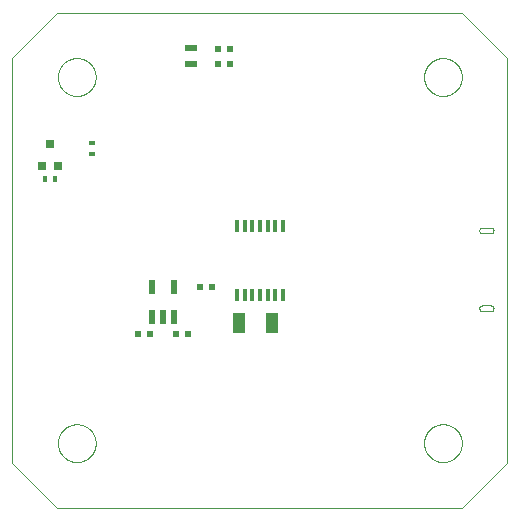
<source format=gbp>
G75*
%MOIN*%
%OFA0B0*%
%FSLAX25Y25*%
%IPPOS*%
%LPD*%
%AMOC8*
5,1,8,0,0,1.08239X$1,22.5*
%
%ADD10C,0.00000*%
%ADD11R,0.01969X0.01969*%
%ADD12R,0.02165X0.04724*%
%ADD13R,0.02362X0.01575*%
%ADD14R,0.04331X0.02362*%
%ADD15R,0.02756X0.02756*%
%ADD16R,0.01200X0.03900*%
%ADD17C,0.00039*%
%ADD18R,0.01575X0.02362*%
%ADD19R,0.03937X0.07087*%
D10*
X0080922Y0060000D02*
X0095922Y0045000D01*
X0230922Y0045000D01*
X0245922Y0060000D01*
X0245922Y0195000D01*
X0230922Y0210000D01*
X0095922Y0210000D01*
X0080922Y0195000D01*
X0080922Y0060000D01*
X0096099Y0066476D02*
X0096101Y0066634D01*
X0096107Y0066792D01*
X0096117Y0066950D01*
X0096131Y0067108D01*
X0096149Y0067265D01*
X0096170Y0067422D01*
X0096196Y0067578D01*
X0096226Y0067734D01*
X0096259Y0067889D01*
X0096297Y0068042D01*
X0096338Y0068195D01*
X0096383Y0068347D01*
X0096432Y0068498D01*
X0096485Y0068647D01*
X0096541Y0068795D01*
X0096601Y0068941D01*
X0096665Y0069086D01*
X0096733Y0069229D01*
X0096804Y0069371D01*
X0096878Y0069511D01*
X0096956Y0069648D01*
X0097038Y0069784D01*
X0097122Y0069918D01*
X0097211Y0070049D01*
X0097302Y0070178D01*
X0097397Y0070305D01*
X0097494Y0070430D01*
X0097595Y0070552D01*
X0097699Y0070671D01*
X0097806Y0070788D01*
X0097916Y0070902D01*
X0098029Y0071013D01*
X0098144Y0071122D01*
X0098262Y0071227D01*
X0098383Y0071329D01*
X0098506Y0071429D01*
X0098632Y0071525D01*
X0098760Y0071618D01*
X0098890Y0071708D01*
X0099023Y0071794D01*
X0099158Y0071878D01*
X0099294Y0071957D01*
X0099433Y0072034D01*
X0099574Y0072106D01*
X0099716Y0072176D01*
X0099860Y0072241D01*
X0100006Y0072303D01*
X0100153Y0072361D01*
X0100302Y0072416D01*
X0100452Y0072467D01*
X0100603Y0072514D01*
X0100755Y0072557D01*
X0100908Y0072596D01*
X0101063Y0072632D01*
X0101218Y0072663D01*
X0101374Y0072691D01*
X0101530Y0072715D01*
X0101687Y0072735D01*
X0101845Y0072751D01*
X0102002Y0072763D01*
X0102161Y0072771D01*
X0102319Y0072775D01*
X0102477Y0072775D01*
X0102635Y0072771D01*
X0102794Y0072763D01*
X0102951Y0072751D01*
X0103109Y0072735D01*
X0103266Y0072715D01*
X0103422Y0072691D01*
X0103578Y0072663D01*
X0103733Y0072632D01*
X0103888Y0072596D01*
X0104041Y0072557D01*
X0104193Y0072514D01*
X0104344Y0072467D01*
X0104494Y0072416D01*
X0104643Y0072361D01*
X0104790Y0072303D01*
X0104936Y0072241D01*
X0105080Y0072176D01*
X0105222Y0072106D01*
X0105363Y0072034D01*
X0105502Y0071957D01*
X0105638Y0071878D01*
X0105773Y0071794D01*
X0105906Y0071708D01*
X0106036Y0071618D01*
X0106164Y0071525D01*
X0106290Y0071429D01*
X0106413Y0071329D01*
X0106534Y0071227D01*
X0106652Y0071122D01*
X0106767Y0071013D01*
X0106880Y0070902D01*
X0106990Y0070788D01*
X0107097Y0070671D01*
X0107201Y0070552D01*
X0107302Y0070430D01*
X0107399Y0070305D01*
X0107494Y0070178D01*
X0107585Y0070049D01*
X0107674Y0069918D01*
X0107758Y0069784D01*
X0107840Y0069648D01*
X0107918Y0069511D01*
X0107992Y0069371D01*
X0108063Y0069229D01*
X0108131Y0069086D01*
X0108195Y0068941D01*
X0108255Y0068795D01*
X0108311Y0068647D01*
X0108364Y0068498D01*
X0108413Y0068347D01*
X0108458Y0068195D01*
X0108499Y0068042D01*
X0108537Y0067889D01*
X0108570Y0067734D01*
X0108600Y0067578D01*
X0108626Y0067422D01*
X0108647Y0067265D01*
X0108665Y0067108D01*
X0108679Y0066950D01*
X0108689Y0066792D01*
X0108695Y0066634D01*
X0108697Y0066476D01*
X0108695Y0066318D01*
X0108689Y0066160D01*
X0108679Y0066002D01*
X0108665Y0065844D01*
X0108647Y0065687D01*
X0108626Y0065530D01*
X0108600Y0065374D01*
X0108570Y0065218D01*
X0108537Y0065063D01*
X0108499Y0064910D01*
X0108458Y0064757D01*
X0108413Y0064605D01*
X0108364Y0064454D01*
X0108311Y0064305D01*
X0108255Y0064157D01*
X0108195Y0064011D01*
X0108131Y0063866D01*
X0108063Y0063723D01*
X0107992Y0063581D01*
X0107918Y0063441D01*
X0107840Y0063304D01*
X0107758Y0063168D01*
X0107674Y0063034D01*
X0107585Y0062903D01*
X0107494Y0062774D01*
X0107399Y0062647D01*
X0107302Y0062522D01*
X0107201Y0062400D01*
X0107097Y0062281D01*
X0106990Y0062164D01*
X0106880Y0062050D01*
X0106767Y0061939D01*
X0106652Y0061830D01*
X0106534Y0061725D01*
X0106413Y0061623D01*
X0106290Y0061523D01*
X0106164Y0061427D01*
X0106036Y0061334D01*
X0105906Y0061244D01*
X0105773Y0061158D01*
X0105638Y0061074D01*
X0105502Y0060995D01*
X0105363Y0060918D01*
X0105222Y0060846D01*
X0105080Y0060776D01*
X0104936Y0060711D01*
X0104790Y0060649D01*
X0104643Y0060591D01*
X0104494Y0060536D01*
X0104344Y0060485D01*
X0104193Y0060438D01*
X0104041Y0060395D01*
X0103888Y0060356D01*
X0103733Y0060320D01*
X0103578Y0060289D01*
X0103422Y0060261D01*
X0103266Y0060237D01*
X0103109Y0060217D01*
X0102951Y0060201D01*
X0102794Y0060189D01*
X0102635Y0060181D01*
X0102477Y0060177D01*
X0102319Y0060177D01*
X0102161Y0060181D01*
X0102002Y0060189D01*
X0101845Y0060201D01*
X0101687Y0060217D01*
X0101530Y0060237D01*
X0101374Y0060261D01*
X0101218Y0060289D01*
X0101063Y0060320D01*
X0100908Y0060356D01*
X0100755Y0060395D01*
X0100603Y0060438D01*
X0100452Y0060485D01*
X0100302Y0060536D01*
X0100153Y0060591D01*
X0100006Y0060649D01*
X0099860Y0060711D01*
X0099716Y0060776D01*
X0099574Y0060846D01*
X0099433Y0060918D01*
X0099294Y0060995D01*
X0099158Y0061074D01*
X0099023Y0061158D01*
X0098890Y0061244D01*
X0098760Y0061334D01*
X0098632Y0061427D01*
X0098506Y0061523D01*
X0098383Y0061623D01*
X0098262Y0061725D01*
X0098144Y0061830D01*
X0098029Y0061939D01*
X0097916Y0062050D01*
X0097806Y0062164D01*
X0097699Y0062281D01*
X0097595Y0062400D01*
X0097494Y0062522D01*
X0097397Y0062647D01*
X0097302Y0062774D01*
X0097211Y0062903D01*
X0097122Y0063034D01*
X0097038Y0063168D01*
X0096956Y0063304D01*
X0096878Y0063441D01*
X0096804Y0063581D01*
X0096733Y0063723D01*
X0096665Y0063866D01*
X0096601Y0064011D01*
X0096541Y0064157D01*
X0096485Y0064305D01*
X0096432Y0064454D01*
X0096383Y0064605D01*
X0096338Y0064757D01*
X0096297Y0064910D01*
X0096259Y0065063D01*
X0096226Y0065218D01*
X0096196Y0065374D01*
X0096170Y0065530D01*
X0096149Y0065687D01*
X0096131Y0065844D01*
X0096117Y0066002D01*
X0096107Y0066160D01*
X0096101Y0066318D01*
X0096099Y0066476D01*
X0218146Y0066476D02*
X0218148Y0066634D01*
X0218154Y0066792D01*
X0218164Y0066950D01*
X0218178Y0067108D01*
X0218196Y0067265D01*
X0218217Y0067422D01*
X0218243Y0067578D01*
X0218273Y0067734D01*
X0218306Y0067889D01*
X0218344Y0068042D01*
X0218385Y0068195D01*
X0218430Y0068347D01*
X0218479Y0068498D01*
X0218532Y0068647D01*
X0218588Y0068795D01*
X0218648Y0068941D01*
X0218712Y0069086D01*
X0218780Y0069229D01*
X0218851Y0069371D01*
X0218925Y0069511D01*
X0219003Y0069648D01*
X0219085Y0069784D01*
X0219169Y0069918D01*
X0219258Y0070049D01*
X0219349Y0070178D01*
X0219444Y0070305D01*
X0219541Y0070430D01*
X0219642Y0070552D01*
X0219746Y0070671D01*
X0219853Y0070788D01*
X0219963Y0070902D01*
X0220076Y0071013D01*
X0220191Y0071122D01*
X0220309Y0071227D01*
X0220430Y0071329D01*
X0220553Y0071429D01*
X0220679Y0071525D01*
X0220807Y0071618D01*
X0220937Y0071708D01*
X0221070Y0071794D01*
X0221205Y0071878D01*
X0221341Y0071957D01*
X0221480Y0072034D01*
X0221621Y0072106D01*
X0221763Y0072176D01*
X0221907Y0072241D01*
X0222053Y0072303D01*
X0222200Y0072361D01*
X0222349Y0072416D01*
X0222499Y0072467D01*
X0222650Y0072514D01*
X0222802Y0072557D01*
X0222955Y0072596D01*
X0223110Y0072632D01*
X0223265Y0072663D01*
X0223421Y0072691D01*
X0223577Y0072715D01*
X0223734Y0072735D01*
X0223892Y0072751D01*
X0224049Y0072763D01*
X0224208Y0072771D01*
X0224366Y0072775D01*
X0224524Y0072775D01*
X0224682Y0072771D01*
X0224841Y0072763D01*
X0224998Y0072751D01*
X0225156Y0072735D01*
X0225313Y0072715D01*
X0225469Y0072691D01*
X0225625Y0072663D01*
X0225780Y0072632D01*
X0225935Y0072596D01*
X0226088Y0072557D01*
X0226240Y0072514D01*
X0226391Y0072467D01*
X0226541Y0072416D01*
X0226690Y0072361D01*
X0226837Y0072303D01*
X0226983Y0072241D01*
X0227127Y0072176D01*
X0227269Y0072106D01*
X0227410Y0072034D01*
X0227549Y0071957D01*
X0227685Y0071878D01*
X0227820Y0071794D01*
X0227953Y0071708D01*
X0228083Y0071618D01*
X0228211Y0071525D01*
X0228337Y0071429D01*
X0228460Y0071329D01*
X0228581Y0071227D01*
X0228699Y0071122D01*
X0228814Y0071013D01*
X0228927Y0070902D01*
X0229037Y0070788D01*
X0229144Y0070671D01*
X0229248Y0070552D01*
X0229349Y0070430D01*
X0229446Y0070305D01*
X0229541Y0070178D01*
X0229632Y0070049D01*
X0229721Y0069918D01*
X0229805Y0069784D01*
X0229887Y0069648D01*
X0229965Y0069511D01*
X0230039Y0069371D01*
X0230110Y0069229D01*
X0230178Y0069086D01*
X0230242Y0068941D01*
X0230302Y0068795D01*
X0230358Y0068647D01*
X0230411Y0068498D01*
X0230460Y0068347D01*
X0230505Y0068195D01*
X0230546Y0068042D01*
X0230584Y0067889D01*
X0230617Y0067734D01*
X0230647Y0067578D01*
X0230673Y0067422D01*
X0230694Y0067265D01*
X0230712Y0067108D01*
X0230726Y0066950D01*
X0230736Y0066792D01*
X0230742Y0066634D01*
X0230744Y0066476D01*
X0230742Y0066318D01*
X0230736Y0066160D01*
X0230726Y0066002D01*
X0230712Y0065844D01*
X0230694Y0065687D01*
X0230673Y0065530D01*
X0230647Y0065374D01*
X0230617Y0065218D01*
X0230584Y0065063D01*
X0230546Y0064910D01*
X0230505Y0064757D01*
X0230460Y0064605D01*
X0230411Y0064454D01*
X0230358Y0064305D01*
X0230302Y0064157D01*
X0230242Y0064011D01*
X0230178Y0063866D01*
X0230110Y0063723D01*
X0230039Y0063581D01*
X0229965Y0063441D01*
X0229887Y0063304D01*
X0229805Y0063168D01*
X0229721Y0063034D01*
X0229632Y0062903D01*
X0229541Y0062774D01*
X0229446Y0062647D01*
X0229349Y0062522D01*
X0229248Y0062400D01*
X0229144Y0062281D01*
X0229037Y0062164D01*
X0228927Y0062050D01*
X0228814Y0061939D01*
X0228699Y0061830D01*
X0228581Y0061725D01*
X0228460Y0061623D01*
X0228337Y0061523D01*
X0228211Y0061427D01*
X0228083Y0061334D01*
X0227953Y0061244D01*
X0227820Y0061158D01*
X0227685Y0061074D01*
X0227549Y0060995D01*
X0227410Y0060918D01*
X0227269Y0060846D01*
X0227127Y0060776D01*
X0226983Y0060711D01*
X0226837Y0060649D01*
X0226690Y0060591D01*
X0226541Y0060536D01*
X0226391Y0060485D01*
X0226240Y0060438D01*
X0226088Y0060395D01*
X0225935Y0060356D01*
X0225780Y0060320D01*
X0225625Y0060289D01*
X0225469Y0060261D01*
X0225313Y0060237D01*
X0225156Y0060217D01*
X0224998Y0060201D01*
X0224841Y0060189D01*
X0224682Y0060181D01*
X0224524Y0060177D01*
X0224366Y0060177D01*
X0224208Y0060181D01*
X0224049Y0060189D01*
X0223892Y0060201D01*
X0223734Y0060217D01*
X0223577Y0060237D01*
X0223421Y0060261D01*
X0223265Y0060289D01*
X0223110Y0060320D01*
X0222955Y0060356D01*
X0222802Y0060395D01*
X0222650Y0060438D01*
X0222499Y0060485D01*
X0222349Y0060536D01*
X0222200Y0060591D01*
X0222053Y0060649D01*
X0221907Y0060711D01*
X0221763Y0060776D01*
X0221621Y0060846D01*
X0221480Y0060918D01*
X0221341Y0060995D01*
X0221205Y0061074D01*
X0221070Y0061158D01*
X0220937Y0061244D01*
X0220807Y0061334D01*
X0220679Y0061427D01*
X0220553Y0061523D01*
X0220430Y0061623D01*
X0220309Y0061725D01*
X0220191Y0061830D01*
X0220076Y0061939D01*
X0219963Y0062050D01*
X0219853Y0062164D01*
X0219746Y0062281D01*
X0219642Y0062400D01*
X0219541Y0062522D01*
X0219444Y0062647D01*
X0219349Y0062774D01*
X0219258Y0062903D01*
X0219169Y0063034D01*
X0219085Y0063168D01*
X0219003Y0063304D01*
X0218925Y0063441D01*
X0218851Y0063581D01*
X0218780Y0063723D01*
X0218712Y0063866D01*
X0218648Y0064011D01*
X0218588Y0064157D01*
X0218532Y0064305D01*
X0218479Y0064454D01*
X0218430Y0064605D01*
X0218385Y0064757D01*
X0218344Y0064910D01*
X0218306Y0065063D01*
X0218273Y0065218D01*
X0218243Y0065374D01*
X0218217Y0065530D01*
X0218196Y0065687D01*
X0218178Y0065844D01*
X0218164Y0066002D01*
X0218154Y0066160D01*
X0218148Y0066318D01*
X0218146Y0066476D01*
X0218146Y0188524D02*
X0218148Y0188682D01*
X0218154Y0188840D01*
X0218164Y0188998D01*
X0218178Y0189156D01*
X0218196Y0189313D01*
X0218217Y0189470D01*
X0218243Y0189626D01*
X0218273Y0189782D01*
X0218306Y0189937D01*
X0218344Y0190090D01*
X0218385Y0190243D01*
X0218430Y0190395D01*
X0218479Y0190546D01*
X0218532Y0190695D01*
X0218588Y0190843D01*
X0218648Y0190989D01*
X0218712Y0191134D01*
X0218780Y0191277D01*
X0218851Y0191419D01*
X0218925Y0191559D01*
X0219003Y0191696D01*
X0219085Y0191832D01*
X0219169Y0191966D01*
X0219258Y0192097D01*
X0219349Y0192226D01*
X0219444Y0192353D01*
X0219541Y0192478D01*
X0219642Y0192600D01*
X0219746Y0192719D01*
X0219853Y0192836D01*
X0219963Y0192950D01*
X0220076Y0193061D01*
X0220191Y0193170D01*
X0220309Y0193275D01*
X0220430Y0193377D01*
X0220553Y0193477D01*
X0220679Y0193573D01*
X0220807Y0193666D01*
X0220937Y0193756D01*
X0221070Y0193842D01*
X0221205Y0193926D01*
X0221341Y0194005D01*
X0221480Y0194082D01*
X0221621Y0194154D01*
X0221763Y0194224D01*
X0221907Y0194289D01*
X0222053Y0194351D01*
X0222200Y0194409D01*
X0222349Y0194464D01*
X0222499Y0194515D01*
X0222650Y0194562D01*
X0222802Y0194605D01*
X0222955Y0194644D01*
X0223110Y0194680D01*
X0223265Y0194711D01*
X0223421Y0194739D01*
X0223577Y0194763D01*
X0223734Y0194783D01*
X0223892Y0194799D01*
X0224049Y0194811D01*
X0224208Y0194819D01*
X0224366Y0194823D01*
X0224524Y0194823D01*
X0224682Y0194819D01*
X0224841Y0194811D01*
X0224998Y0194799D01*
X0225156Y0194783D01*
X0225313Y0194763D01*
X0225469Y0194739D01*
X0225625Y0194711D01*
X0225780Y0194680D01*
X0225935Y0194644D01*
X0226088Y0194605D01*
X0226240Y0194562D01*
X0226391Y0194515D01*
X0226541Y0194464D01*
X0226690Y0194409D01*
X0226837Y0194351D01*
X0226983Y0194289D01*
X0227127Y0194224D01*
X0227269Y0194154D01*
X0227410Y0194082D01*
X0227549Y0194005D01*
X0227685Y0193926D01*
X0227820Y0193842D01*
X0227953Y0193756D01*
X0228083Y0193666D01*
X0228211Y0193573D01*
X0228337Y0193477D01*
X0228460Y0193377D01*
X0228581Y0193275D01*
X0228699Y0193170D01*
X0228814Y0193061D01*
X0228927Y0192950D01*
X0229037Y0192836D01*
X0229144Y0192719D01*
X0229248Y0192600D01*
X0229349Y0192478D01*
X0229446Y0192353D01*
X0229541Y0192226D01*
X0229632Y0192097D01*
X0229721Y0191966D01*
X0229805Y0191832D01*
X0229887Y0191696D01*
X0229965Y0191559D01*
X0230039Y0191419D01*
X0230110Y0191277D01*
X0230178Y0191134D01*
X0230242Y0190989D01*
X0230302Y0190843D01*
X0230358Y0190695D01*
X0230411Y0190546D01*
X0230460Y0190395D01*
X0230505Y0190243D01*
X0230546Y0190090D01*
X0230584Y0189937D01*
X0230617Y0189782D01*
X0230647Y0189626D01*
X0230673Y0189470D01*
X0230694Y0189313D01*
X0230712Y0189156D01*
X0230726Y0188998D01*
X0230736Y0188840D01*
X0230742Y0188682D01*
X0230744Y0188524D01*
X0230742Y0188366D01*
X0230736Y0188208D01*
X0230726Y0188050D01*
X0230712Y0187892D01*
X0230694Y0187735D01*
X0230673Y0187578D01*
X0230647Y0187422D01*
X0230617Y0187266D01*
X0230584Y0187111D01*
X0230546Y0186958D01*
X0230505Y0186805D01*
X0230460Y0186653D01*
X0230411Y0186502D01*
X0230358Y0186353D01*
X0230302Y0186205D01*
X0230242Y0186059D01*
X0230178Y0185914D01*
X0230110Y0185771D01*
X0230039Y0185629D01*
X0229965Y0185489D01*
X0229887Y0185352D01*
X0229805Y0185216D01*
X0229721Y0185082D01*
X0229632Y0184951D01*
X0229541Y0184822D01*
X0229446Y0184695D01*
X0229349Y0184570D01*
X0229248Y0184448D01*
X0229144Y0184329D01*
X0229037Y0184212D01*
X0228927Y0184098D01*
X0228814Y0183987D01*
X0228699Y0183878D01*
X0228581Y0183773D01*
X0228460Y0183671D01*
X0228337Y0183571D01*
X0228211Y0183475D01*
X0228083Y0183382D01*
X0227953Y0183292D01*
X0227820Y0183206D01*
X0227685Y0183122D01*
X0227549Y0183043D01*
X0227410Y0182966D01*
X0227269Y0182894D01*
X0227127Y0182824D01*
X0226983Y0182759D01*
X0226837Y0182697D01*
X0226690Y0182639D01*
X0226541Y0182584D01*
X0226391Y0182533D01*
X0226240Y0182486D01*
X0226088Y0182443D01*
X0225935Y0182404D01*
X0225780Y0182368D01*
X0225625Y0182337D01*
X0225469Y0182309D01*
X0225313Y0182285D01*
X0225156Y0182265D01*
X0224998Y0182249D01*
X0224841Y0182237D01*
X0224682Y0182229D01*
X0224524Y0182225D01*
X0224366Y0182225D01*
X0224208Y0182229D01*
X0224049Y0182237D01*
X0223892Y0182249D01*
X0223734Y0182265D01*
X0223577Y0182285D01*
X0223421Y0182309D01*
X0223265Y0182337D01*
X0223110Y0182368D01*
X0222955Y0182404D01*
X0222802Y0182443D01*
X0222650Y0182486D01*
X0222499Y0182533D01*
X0222349Y0182584D01*
X0222200Y0182639D01*
X0222053Y0182697D01*
X0221907Y0182759D01*
X0221763Y0182824D01*
X0221621Y0182894D01*
X0221480Y0182966D01*
X0221341Y0183043D01*
X0221205Y0183122D01*
X0221070Y0183206D01*
X0220937Y0183292D01*
X0220807Y0183382D01*
X0220679Y0183475D01*
X0220553Y0183571D01*
X0220430Y0183671D01*
X0220309Y0183773D01*
X0220191Y0183878D01*
X0220076Y0183987D01*
X0219963Y0184098D01*
X0219853Y0184212D01*
X0219746Y0184329D01*
X0219642Y0184448D01*
X0219541Y0184570D01*
X0219444Y0184695D01*
X0219349Y0184822D01*
X0219258Y0184951D01*
X0219169Y0185082D01*
X0219085Y0185216D01*
X0219003Y0185352D01*
X0218925Y0185489D01*
X0218851Y0185629D01*
X0218780Y0185771D01*
X0218712Y0185914D01*
X0218648Y0186059D01*
X0218588Y0186205D01*
X0218532Y0186353D01*
X0218479Y0186502D01*
X0218430Y0186653D01*
X0218385Y0186805D01*
X0218344Y0186958D01*
X0218306Y0187111D01*
X0218273Y0187266D01*
X0218243Y0187422D01*
X0218217Y0187578D01*
X0218196Y0187735D01*
X0218178Y0187892D01*
X0218164Y0188050D01*
X0218154Y0188208D01*
X0218148Y0188366D01*
X0218146Y0188524D01*
X0096099Y0188524D02*
X0096101Y0188682D01*
X0096107Y0188840D01*
X0096117Y0188998D01*
X0096131Y0189156D01*
X0096149Y0189313D01*
X0096170Y0189470D01*
X0096196Y0189626D01*
X0096226Y0189782D01*
X0096259Y0189937D01*
X0096297Y0190090D01*
X0096338Y0190243D01*
X0096383Y0190395D01*
X0096432Y0190546D01*
X0096485Y0190695D01*
X0096541Y0190843D01*
X0096601Y0190989D01*
X0096665Y0191134D01*
X0096733Y0191277D01*
X0096804Y0191419D01*
X0096878Y0191559D01*
X0096956Y0191696D01*
X0097038Y0191832D01*
X0097122Y0191966D01*
X0097211Y0192097D01*
X0097302Y0192226D01*
X0097397Y0192353D01*
X0097494Y0192478D01*
X0097595Y0192600D01*
X0097699Y0192719D01*
X0097806Y0192836D01*
X0097916Y0192950D01*
X0098029Y0193061D01*
X0098144Y0193170D01*
X0098262Y0193275D01*
X0098383Y0193377D01*
X0098506Y0193477D01*
X0098632Y0193573D01*
X0098760Y0193666D01*
X0098890Y0193756D01*
X0099023Y0193842D01*
X0099158Y0193926D01*
X0099294Y0194005D01*
X0099433Y0194082D01*
X0099574Y0194154D01*
X0099716Y0194224D01*
X0099860Y0194289D01*
X0100006Y0194351D01*
X0100153Y0194409D01*
X0100302Y0194464D01*
X0100452Y0194515D01*
X0100603Y0194562D01*
X0100755Y0194605D01*
X0100908Y0194644D01*
X0101063Y0194680D01*
X0101218Y0194711D01*
X0101374Y0194739D01*
X0101530Y0194763D01*
X0101687Y0194783D01*
X0101845Y0194799D01*
X0102002Y0194811D01*
X0102161Y0194819D01*
X0102319Y0194823D01*
X0102477Y0194823D01*
X0102635Y0194819D01*
X0102794Y0194811D01*
X0102951Y0194799D01*
X0103109Y0194783D01*
X0103266Y0194763D01*
X0103422Y0194739D01*
X0103578Y0194711D01*
X0103733Y0194680D01*
X0103888Y0194644D01*
X0104041Y0194605D01*
X0104193Y0194562D01*
X0104344Y0194515D01*
X0104494Y0194464D01*
X0104643Y0194409D01*
X0104790Y0194351D01*
X0104936Y0194289D01*
X0105080Y0194224D01*
X0105222Y0194154D01*
X0105363Y0194082D01*
X0105502Y0194005D01*
X0105638Y0193926D01*
X0105773Y0193842D01*
X0105906Y0193756D01*
X0106036Y0193666D01*
X0106164Y0193573D01*
X0106290Y0193477D01*
X0106413Y0193377D01*
X0106534Y0193275D01*
X0106652Y0193170D01*
X0106767Y0193061D01*
X0106880Y0192950D01*
X0106990Y0192836D01*
X0107097Y0192719D01*
X0107201Y0192600D01*
X0107302Y0192478D01*
X0107399Y0192353D01*
X0107494Y0192226D01*
X0107585Y0192097D01*
X0107674Y0191966D01*
X0107758Y0191832D01*
X0107840Y0191696D01*
X0107918Y0191559D01*
X0107992Y0191419D01*
X0108063Y0191277D01*
X0108131Y0191134D01*
X0108195Y0190989D01*
X0108255Y0190843D01*
X0108311Y0190695D01*
X0108364Y0190546D01*
X0108413Y0190395D01*
X0108458Y0190243D01*
X0108499Y0190090D01*
X0108537Y0189937D01*
X0108570Y0189782D01*
X0108600Y0189626D01*
X0108626Y0189470D01*
X0108647Y0189313D01*
X0108665Y0189156D01*
X0108679Y0188998D01*
X0108689Y0188840D01*
X0108695Y0188682D01*
X0108697Y0188524D01*
X0108695Y0188366D01*
X0108689Y0188208D01*
X0108679Y0188050D01*
X0108665Y0187892D01*
X0108647Y0187735D01*
X0108626Y0187578D01*
X0108600Y0187422D01*
X0108570Y0187266D01*
X0108537Y0187111D01*
X0108499Y0186958D01*
X0108458Y0186805D01*
X0108413Y0186653D01*
X0108364Y0186502D01*
X0108311Y0186353D01*
X0108255Y0186205D01*
X0108195Y0186059D01*
X0108131Y0185914D01*
X0108063Y0185771D01*
X0107992Y0185629D01*
X0107918Y0185489D01*
X0107840Y0185352D01*
X0107758Y0185216D01*
X0107674Y0185082D01*
X0107585Y0184951D01*
X0107494Y0184822D01*
X0107399Y0184695D01*
X0107302Y0184570D01*
X0107201Y0184448D01*
X0107097Y0184329D01*
X0106990Y0184212D01*
X0106880Y0184098D01*
X0106767Y0183987D01*
X0106652Y0183878D01*
X0106534Y0183773D01*
X0106413Y0183671D01*
X0106290Y0183571D01*
X0106164Y0183475D01*
X0106036Y0183382D01*
X0105906Y0183292D01*
X0105773Y0183206D01*
X0105638Y0183122D01*
X0105502Y0183043D01*
X0105363Y0182966D01*
X0105222Y0182894D01*
X0105080Y0182824D01*
X0104936Y0182759D01*
X0104790Y0182697D01*
X0104643Y0182639D01*
X0104494Y0182584D01*
X0104344Y0182533D01*
X0104193Y0182486D01*
X0104041Y0182443D01*
X0103888Y0182404D01*
X0103733Y0182368D01*
X0103578Y0182337D01*
X0103422Y0182309D01*
X0103266Y0182285D01*
X0103109Y0182265D01*
X0102951Y0182249D01*
X0102794Y0182237D01*
X0102635Y0182229D01*
X0102477Y0182225D01*
X0102319Y0182225D01*
X0102161Y0182229D01*
X0102002Y0182237D01*
X0101845Y0182249D01*
X0101687Y0182265D01*
X0101530Y0182285D01*
X0101374Y0182309D01*
X0101218Y0182337D01*
X0101063Y0182368D01*
X0100908Y0182404D01*
X0100755Y0182443D01*
X0100603Y0182486D01*
X0100452Y0182533D01*
X0100302Y0182584D01*
X0100153Y0182639D01*
X0100006Y0182697D01*
X0099860Y0182759D01*
X0099716Y0182824D01*
X0099574Y0182894D01*
X0099433Y0182966D01*
X0099294Y0183043D01*
X0099158Y0183122D01*
X0099023Y0183206D01*
X0098890Y0183292D01*
X0098760Y0183382D01*
X0098632Y0183475D01*
X0098506Y0183571D01*
X0098383Y0183671D01*
X0098262Y0183773D01*
X0098144Y0183878D01*
X0098029Y0183987D01*
X0097916Y0184098D01*
X0097806Y0184212D01*
X0097699Y0184329D01*
X0097595Y0184448D01*
X0097494Y0184570D01*
X0097397Y0184695D01*
X0097302Y0184822D01*
X0097211Y0184951D01*
X0097122Y0185082D01*
X0097038Y0185216D01*
X0096956Y0185352D01*
X0096878Y0185489D01*
X0096804Y0185629D01*
X0096733Y0185771D01*
X0096665Y0185914D01*
X0096601Y0186059D01*
X0096541Y0186205D01*
X0096485Y0186353D01*
X0096432Y0186502D01*
X0096383Y0186653D01*
X0096338Y0186805D01*
X0096297Y0186958D01*
X0096259Y0187111D01*
X0096226Y0187266D01*
X0096196Y0187422D01*
X0096170Y0187578D01*
X0096149Y0187735D01*
X0096131Y0187892D01*
X0096117Y0188050D01*
X0096107Y0188208D01*
X0096101Y0188366D01*
X0096099Y0188524D01*
D11*
X0149453Y0193000D03*
X0153390Y0193000D03*
X0153390Y0198000D03*
X0149453Y0198000D03*
X0147390Y0118500D03*
X0143453Y0118500D03*
X0139390Y0103000D03*
X0135453Y0103000D03*
X0126890Y0103000D03*
X0122953Y0103000D03*
D12*
X0127432Y0108381D03*
X0131172Y0108381D03*
X0134912Y0108381D03*
X0134912Y0118619D03*
X0127432Y0118619D03*
D13*
X0107422Y0162978D03*
X0107422Y0166522D03*
D14*
X0140422Y0192744D03*
X0140422Y0198256D03*
D15*
X0093422Y0166142D03*
X0095981Y0158858D03*
X0090863Y0158858D03*
D16*
X0155745Y0138987D03*
X0158304Y0138987D03*
X0160863Y0138987D03*
X0163422Y0138987D03*
X0165981Y0138987D03*
X0168540Y0138987D03*
X0171099Y0138987D03*
X0171099Y0116013D03*
X0168540Y0116013D03*
X0165981Y0116013D03*
X0163422Y0116013D03*
X0160863Y0116013D03*
X0158304Y0116013D03*
X0155745Y0116013D03*
D17*
X0237556Y0112386D02*
X0240312Y0112386D01*
X0240374Y0112384D01*
X0240435Y0112378D01*
X0240496Y0112369D01*
X0240557Y0112355D01*
X0240616Y0112338D01*
X0240674Y0112317D01*
X0240731Y0112292D01*
X0240786Y0112264D01*
X0240839Y0112233D01*
X0240890Y0112198D01*
X0240939Y0112160D01*
X0240986Y0112119D01*
X0241029Y0112076D01*
X0241070Y0112029D01*
X0241108Y0111980D01*
X0241143Y0111929D01*
X0241174Y0111876D01*
X0241202Y0111821D01*
X0241227Y0111764D01*
X0241248Y0111706D01*
X0241265Y0111647D01*
X0241279Y0111586D01*
X0241288Y0111525D01*
X0241294Y0111464D01*
X0241296Y0111402D01*
X0241294Y0111340D01*
X0241288Y0111279D01*
X0241279Y0111218D01*
X0241265Y0111157D01*
X0241248Y0111098D01*
X0241227Y0111040D01*
X0241202Y0110983D01*
X0241174Y0110928D01*
X0241143Y0110875D01*
X0241108Y0110824D01*
X0241070Y0110775D01*
X0241029Y0110728D01*
X0240986Y0110685D01*
X0240939Y0110644D01*
X0240890Y0110606D01*
X0240839Y0110571D01*
X0240786Y0110540D01*
X0240731Y0110512D01*
X0240674Y0110487D01*
X0240616Y0110466D01*
X0240557Y0110449D01*
X0240496Y0110435D01*
X0240435Y0110426D01*
X0240374Y0110420D01*
X0240312Y0110418D01*
X0240312Y0110417D02*
X0237556Y0110417D01*
X0237556Y0110418D02*
X0237494Y0110420D01*
X0237433Y0110426D01*
X0237372Y0110435D01*
X0237311Y0110449D01*
X0237252Y0110466D01*
X0237194Y0110487D01*
X0237137Y0110512D01*
X0237082Y0110540D01*
X0237029Y0110571D01*
X0236978Y0110606D01*
X0236929Y0110644D01*
X0236882Y0110685D01*
X0236839Y0110728D01*
X0236798Y0110775D01*
X0236760Y0110824D01*
X0236725Y0110875D01*
X0236694Y0110928D01*
X0236666Y0110983D01*
X0236641Y0111040D01*
X0236620Y0111098D01*
X0236603Y0111157D01*
X0236589Y0111218D01*
X0236580Y0111279D01*
X0236574Y0111340D01*
X0236572Y0111402D01*
X0236574Y0111464D01*
X0236580Y0111525D01*
X0236589Y0111586D01*
X0236603Y0111647D01*
X0236620Y0111706D01*
X0236641Y0111764D01*
X0236666Y0111821D01*
X0236694Y0111876D01*
X0236725Y0111929D01*
X0236760Y0111980D01*
X0236798Y0112029D01*
X0236839Y0112076D01*
X0236882Y0112119D01*
X0236929Y0112160D01*
X0236978Y0112198D01*
X0237029Y0112233D01*
X0237082Y0112264D01*
X0237137Y0112292D01*
X0237194Y0112317D01*
X0237252Y0112338D01*
X0237311Y0112355D01*
X0237372Y0112369D01*
X0237433Y0112378D01*
X0237494Y0112384D01*
X0237556Y0112386D01*
X0237556Y0136402D02*
X0240312Y0136402D01*
X0241296Y0137386D02*
X0241294Y0137448D01*
X0241288Y0137509D01*
X0241279Y0137570D01*
X0241265Y0137631D01*
X0241248Y0137690D01*
X0241227Y0137748D01*
X0241202Y0137805D01*
X0241174Y0137860D01*
X0241143Y0137913D01*
X0241108Y0137964D01*
X0241070Y0138013D01*
X0241029Y0138060D01*
X0240986Y0138103D01*
X0240939Y0138144D01*
X0240890Y0138182D01*
X0240839Y0138217D01*
X0240786Y0138248D01*
X0240731Y0138276D01*
X0240674Y0138301D01*
X0240616Y0138322D01*
X0240557Y0138339D01*
X0240496Y0138353D01*
X0240435Y0138362D01*
X0240374Y0138368D01*
X0240312Y0138370D01*
X0237556Y0138370D01*
X0236572Y0137386D02*
X0236574Y0137324D01*
X0236580Y0137263D01*
X0236589Y0137202D01*
X0236603Y0137141D01*
X0236620Y0137082D01*
X0236641Y0137024D01*
X0236666Y0136967D01*
X0236694Y0136912D01*
X0236725Y0136859D01*
X0236760Y0136808D01*
X0236798Y0136759D01*
X0236839Y0136712D01*
X0236882Y0136669D01*
X0236929Y0136628D01*
X0236978Y0136590D01*
X0237029Y0136555D01*
X0237082Y0136524D01*
X0237137Y0136496D01*
X0237194Y0136471D01*
X0237252Y0136450D01*
X0237311Y0136433D01*
X0237372Y0136419D01*
X0237433Y0136410D01*
X0237494Y0136404D01*
X0237556Y0136402D01*
X0236572Y0137386D02*
X0236574Y0137448D01*
X0236580Y0137509D01*
X0236589Y0137570D01*
X0236603Y0137631D01*
X0236620Y0137690D01*
X0236641Y0137748D01*
X0236666Y0137805D01*
X0236694Y0137860D01*
X0236725Y0137913D01*
X0236760Y0137964D01*
X0236798Y0138013D01*
X0236839Y0138060D01*
X0236882Y0138103D01*
X0236929Y0138144D01*
X0236978Y0138182D01*
X0237029Y0138217D01*
X0237082Y0138248D01*
X0237137Y0138276D01*
X0237194Y0138301D01*
X0237252Y0138322D01*
X0237311Y0138339D01*
X0237372Y0138353D01*
X0237433Y0138362D01*
X0237494Y0138368D01*
X0237556Y0138370D01*
X0240312Y0136402D02*
X0240374Y0136404D01*
X0240435Y0136410D01*
X0240496Y0136419D01*
X0240557Y0136433D01*
X0240616Y0136450D01*
X0240674Y0136471D01*
X0240731Y0136496D01*
X0240786Y0136524D01*
X0240839Y0136555D01*
X0240890Y0136590D01*
X0240939Y0136628D01*
X0240986Y0136669D01*
X0241029Y0136712D01*
X0241070Y0136759D01*
X0241108Y0136808D01*
X0241143Y0136859D01*
X0241174Y0136912D01*
X0241202Y0136967D01*
X0241227Y0137024D01*
X0241248Y0137082D01*
X0241265Y0137141D01*
X0241279Y0137202D01*
X0241288Y0137263D01*
X0241294Y0137324D01*
X0241296Y0137386D01*
D18*
X0095193Y0154500D03*
X0091650Y0154500D03*
D19*
X0156410Y0106500D03*
X0167434Y0106500D03*
M02*

</source>
